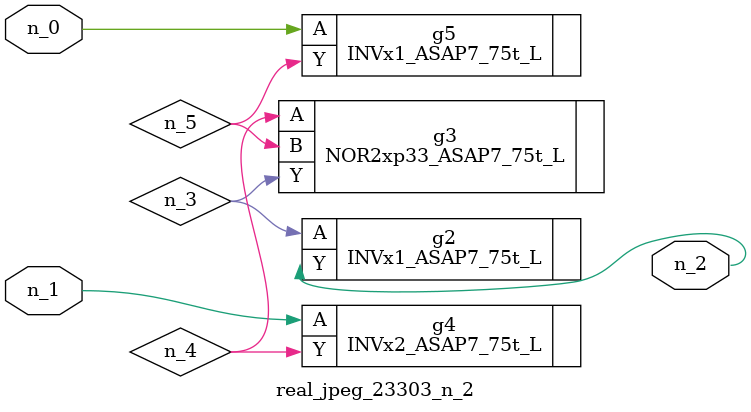
<source format=v>
module real_jpeg_23303_n_2 (n_1, n_0, n_2);

input n_1;
input n_0;

output n_2;

wire n_5;
wire n_4;
wire n_3;

INVx1_ASAP7_75t_L g5 ( 
.A(n_0),
.Y(n_5)
);

INVx2_ASAP7_75t_L g4 ( 
.A(n_1),
.Y(n_4)
);

INVx1_ASAP7_75t_L g2 ( 
.A(n_3),
.Y(n_2)
);

NOR2xp33_ASAP7_75t_L g3 ( 
.A(n_4),
.B(n_5),
.Y(n_3)
);


endmodule
</source>
